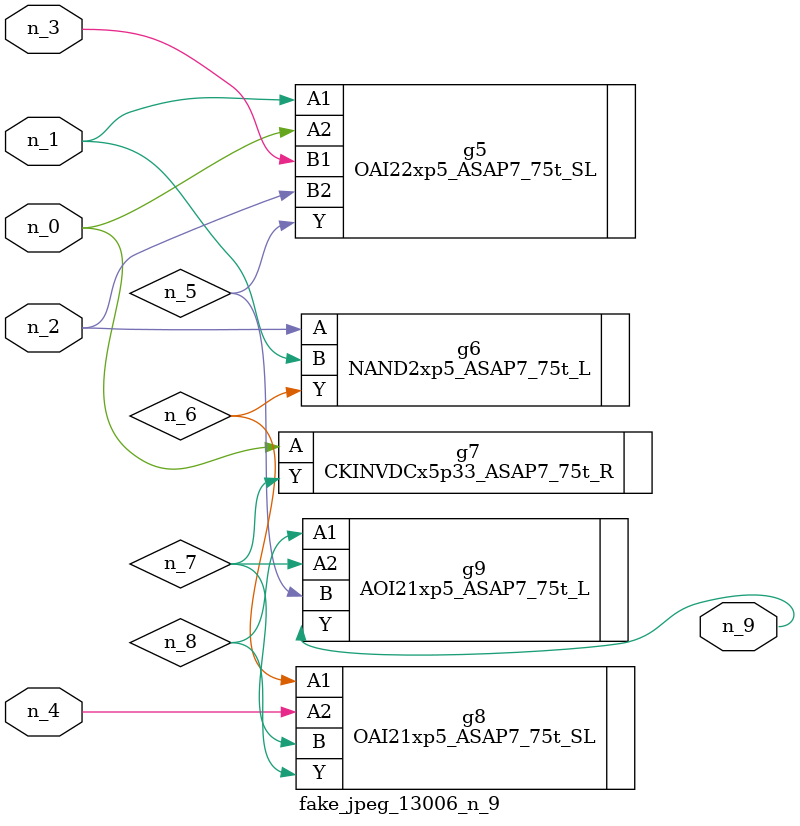
<source format=v>
module fake_jpeg_13006_n_9 (n_3, n_2, n_1, n_0, n_4, n_9);

input n_3;
input n_2;
input n_1;
input n_0;
input n_4;

output n_9;

wire n_8;
wire n_6;
wire n_5;
wire n_7;

OAI22xp5_ASAP7_75t_SL g5 ( 
.A1(n_1),
.A2(n_0),
.B1(n_3),
.B2(n_2),
.Y(n_5)
);

NAND2xp5_ASAP7_75t_L g6 ( 
.A(n_2),
.B(n_1),
.Y(n_6)
);

CKINVDCx5p33_ASAP7_75t_R g7 ( 
.A(n_0),
.Y(n_7)
);

OAI21xp5_ASAP7_75t_SL g8 ( 
.A1(n_6),
.A2(n_4),
.B(n_7),
.Y(n_8)
);

AOI21xp5_ASAP7_75t_L g9 ( 
.A1(n_8),
.A2(n_7),
.B(n_5),
.Y(n_9)
);


endmodule
</source>
